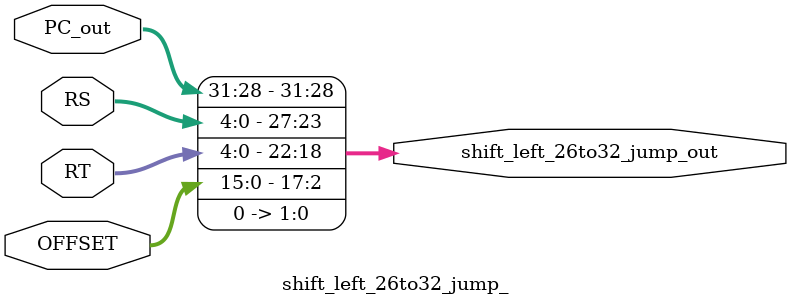
<source format=v>
module shift_left_26to32_jump_(
            input wire [4:0] RS,
            input wire [4:0] RT,
            input wire [15:0] OFFSET,
            input wire [31:0] PC_out,
            output wire [31:0] shift_left_26to32_jump_out
            );
    

    assign shift_left_26to32_jump_out = {PC_out[31:28], RS, RT, OFFSET, 2'b00};

endmodule
</source>
